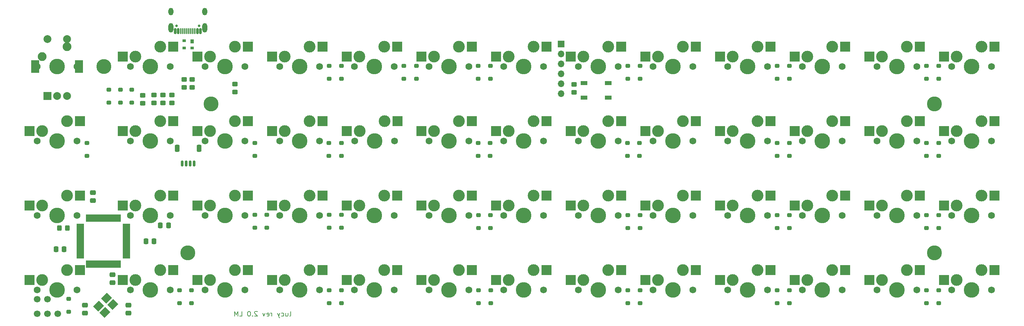
<source format=gbs>
G04 #@! TF.GenerationSoftware,KiCad,Pcbnew,(6.0.5-0)*
G04 #@! TF.CreationDate,2022-08-30T21:44:49-05:00*
G04 #@! TF.ProjectId,pcb,7063622e-6b69-4636-9164-5f7063625858,rev?*
G04 #@! TF.SameCoordinates,Original*
G04 #@! TF.FileFunction,Soldermask,Bot*
G04 #@! TF.FilePolarity,Negative*
%FSLAX46Y46*%
G04 Gerber Fmt 4.6, Leading zero omitted, Abs format (unit mm)*
G04 Created by KiCad (PCBNEW (6.0.5-0)) date 2022-08-30 21:44:49*
%MOMM*%
%LPD*%
G01*
G04 APERTURE LIST*
G04 Aperture macros list*
%AMRoundRect*
0 Rectangle with rounded corners*
0 $1 Rounding radius*
0 $2 $3 $4 $5 $6 $7 $8 $9 X,Y pos of 4 corners*
0 Add a 4 corners polygon primitive as box body*
4,1,4,$2,$3,$4,$5,$6,$7,$8,$9,$2,$3,0*
0 Add four circle primitives for the rounded corners*
1,1,$1+$1,$2,$3*
1,1,$1+$1,$4,$5*
1,1,$1+$1,$6,$7*
1,1,$1+$1,$8,$9*
0 Add four rect primitives between the rounded corners*
20,1,$1+$1,$2,$3,$4,$5,0*
20,1,$1+$1,$4,$5,$6,$7,0*
20,1,$1+$1,$6,$7,$8,$9,0*
20,1,$1+$1,$8,$9,$2,$3,0*%
%AMRotRect*
0 Rectangle, with rotation*
0 The origin of the aperture is its center*
0 $1 length*
0 $2 width*
0 $3 Rotation angle, in degrees counterclockwise*
0 Add horizontal line*
21,1,$1,$2,0,0,$3*%
G04 Aperture macros list end*
%ADD10C,0.200000*%
%ADD11C,3.000000*%
%ADD12C,1.750000*%
%ADD13C,3.987800*%
%ADD14R,2.550000X2.500000*%
%ADD15R,2.000000X2.000000*%
%ADD16C,2.000000*%
%ADD17R,2.000000X3.200000*%
%ADD18C,3.800000*%
%ADD19C,2.250000*%
%ADD20RoundRect,0.250000X0.475000X-0.337500X0.475000X0.337500X-0.475000X0.337500X-0.475000X-0.337500X0*%
%ADD21RoundRect,0.250000X0.350000X-0.250000X0.350000X0.250000X-0.350000X0.250000X-0.350000X-0.250000X0*%
%ADD22O,1.700000X1.700000*%
%ADD23R,1.700000X1.700000*%
%ADD24R,1.800000X1.100000*%
%ADD25RoundRect,0.200000X0.250000X0.750000X-0.250000X0.750000X-0.250000X-0.750000X0.250000X-0.750000X0*%
%ADD26RoundRect,0.200000X0.750000X0.250000X-0.750000X0.250000X-0.750000X-0.250000X0.750000X-0.250000X0*%
%ADD27RoundRect,0.250000X-0.475000X0.337500X-0.475000X-0.337500X0.475000X-0.337500X0.475000X0.337500X0*%
%ADD28RotRect,2.100000X1.800000X225.000000*%
%ADD29RoundRect,0.249999X0.450001X-0.325001X0.450001X0.325001X-0.450001X0.325001X-0.450001X-0.325001X0*%
%ADD30C,0.650000*%
%ADD31RoundRect,0.150000X-0.150000X-0.575000X0.150000X-0.575000X0.150000X0.575000X-0.150000X0.575000X0*%
%ADD32RoundRect,0.075000X-0.075000X-0.650000X0.075000X-0.650000X0.075000X0.650000X-0.075000X0.650000X0*%
%ADD33O,1.300000X2.400000*%
%ADD34O,1.300000X1.900000*%
%ADD35RoundRect,0.249999X-0.450001X0.325001X-0.450001X-0.325001X0.450001X-0.325001X0.450001X0.325001X0*%
%ADD36RoundRect,0.250000X0.337500X0.475000X-0.337500X0.475000X-0.337500X-0.475000X0.337500X-0.475000X0*%
%ADD37RoundRect,0.250000X-0.337500X-0.475000X0.337500X-0.475000X0.337500X0.475000X-0.337500X0.475000X0*%
%ADD38RoundRect,0.249999X-0.325001X-0.450001X0.325001X-0.450001X0.325001X0.450001X-0.325001X0.450001X0*%
%ADD39RoundRect,0.050000X-0.350000X0.500000X-0.350000X-0.500000X0.350000X-0.500000X0.350000X0.500000X0*%
%ADD40RoundRect,0.050000X-0.350000X0.300000X-0.350000X-0.300000X0.350000X-0.300000X0.350000X0.300000X0*%
%ADD41C,1.700000*%
%ADD42RoundRect,0.150000X-0.150000X-0.625000X0.150000X-0.625000X0.150000X0.625000X-0.150000X0.625000X0*%
%ADD43RoundRect,0.250000X-0.350000X-0.650000X0.350000X-0.650000X0.350000X0.650000X-0.350000X0.650000X0*%
G04 APERTURE END LIST*
D10*
X122447165Y-117065476D02*
X122566213Y-117005952D01*
X122625737Y-116886904D01*
X122625737Y-115815476D01*
X121435260Y-116232142D02*
X121435260Y-117065476D01*
X121970975Y-116232142D02*
X121970975Y-116886904D01*
X121911451Y-117005952D01*
X121792403Y-117065476D01*
X121613832Y-117065476D01*
X121494784Y-117005952D01*
X121435260Y-116946428D01*
X120304308Y-117005952D02*
X120423356Y-117065476D01*
X120661451Y-117065476D01*
X120780499Y-117005952D01*
X120840022Y-116946428D01*
X120899546Y-116827380D01*
X120899546Y-116470238D01*
X120840022Y-116351190D01*
X120780499Y-116291666D01*
X120661451Y-116232142D01*
X120423356Y-116232142D01*
X120304308Y-116291666D01*
X119887641Y-116232142D02*
X119590022Y-117065476D01*
X119292403Y-116232142D02*
X119590022Y-117065476D01*
X119709070Y-117363095D01*
X119768594Y-117422619D01*
X119887641Y-117482142D01*
X117863832Y-117065476D02*
X117863832Y-116232142D01*
X117863832Y-116470238D02*
X117804308Y-116351190D01*
X117744784Y-116291666D01*
X117625737Y-116232142D01*
X117506689Y-116232142D01*
X116613832Y-117005952D02*
X116732880Y-117065476D01*
X116970975Y-117065476D01*
X117090022Y-117005952D01*
X117149546Y-116886904D01*
X117149546Y-116410714D01*
X117090022Y-116291666D01*
X116970975Y-116232142D01*
X116732880Y-116232142D01*
X116613832Y-116291666D01*
X116554308Y-116410714D01*
X116554308Y-116529761D01*
X117149546Y-116648809D01*
X116137641Y-116232142D02*
X115840022Y-117065476D01*
X115542403Y-116232142D01*
X114173356Y-115934523D02*
X114113832Y-115875000D01*
X113994784Y-115815476D01*
X113697165Y-115815476D01*
X113578118Y-115875000D01*
X113518594Y-115934523D01*
X113459070Y-116053571D01*
X113459070Y-116172619D01*
X113518594Y-116351190D01*
X114232880Y-117065476D01*
X113459070Y-117065476D01*
X112923356Y-116946428D02*
X112863832Y-117005952D01*
X112923356Y-117065476D01*
X112982880Y-117005952D01*
X112923356Y-116946428D01*
X112923356Y-117065476D01*
X112090022Y-115815476D02*
X111970975Y-115815476D01*
X111851927Y-115875000D01*
X111792403Y-115934523D01*
X111732880Y-116053571D01*
X111673356Y-116291666D01*
X111673356Y-116589285D01*
X111732880Y-116827380D01*
X111792403Y-116946428D01*
X111851927Y-117005952D01*
X111970975Y-117065476D01*
X112090022Y-117065476D01*
X112209070Y-117005952D01*
X112268594Y-116946428D01*
X112328118Y-116827380D01*
X112387641Y-116589285D01*
X112387641Y-116291666D01*
X112328118Y-116053571D01*
X112268594Y-115934523D01*
X112209070Y-115875000D01*
X112090022Y-115815476D01*
X109590022Y-117065476D02*
X110185260Y-117065476D01*
X110185260Y-115815476D01*
X109173356Y-117065476D02*
X109173356Y-115815476D01*
X108756689Y-116708333D01*
X108340022Y-115815476D01*
X108340022Y-117065476D01*
D11*
X108480225Y-48113950D03*
X102130225Y-50653950D03*
D12*
X111020225Y-53193950D03*
X100860225Y-53193950D03*
D13*
X105940225Y-53193950D03*
D14*
X98855225Y-50653950D03*
X111782225Y-48113950D03*
D11*
X121180225Y-50653950D03*
D12*
X119910225Y-53193950D03*
D13*
X124990225Y-53193950D03*
D11*
X127530225Y-48113950D03*
D12*
X130070225Y-53193950D03*
D14*
X117905225Y-50653950D03*
X130832225Y-48113950D03*
D12*
X206270225Y-53193950D03*
D11*
X203730225Y-48113950D03*
X197380225Y-50653950D03*
D12*
X196110225Y-53193950D03*
D13*
X201190225Y-53193950D03*
D14*
X194105225Y-50653950D03*
X207032225Y-48113950D03*
D12*
X187220225Y-53193950D03*
D11*
X178330225Y-50653950D03*
X184680225Y-48113950D03*
D12*
X177060225Y-53193950D03*
D13*
X182140225Y-53193950D03*
D14*
X175055225Y-50653950D03*
X187982225Y-48113950D03*
D12*
X168170225Y-53193950D03*
D13*
X163090225Y-53193950D03*
D11*
X165630225Y-48113950D03*
X159280225Y-50653950D03*
D12*
X158010225Y-53193950D03*
D14*
X156005225Y-50653950D03*
X168932225Y-48113950D03*
D12*
X81810225Y-53193950D03*
D13*
X86890225Y-53193950D03*
D11*
X83080225Y-50653950D03*
X89430225Y-48113950D03*
D12*
X91970225Y-53193950D03*
D14*
X79805225Y-50653950D03*
X92732225Y-48113950D03*
D12*
X225320225Y-53193950D03*
D11*
X222780225Y-48113950D03*
D13*
X220240225Y-53193950D03*
D12*
X215160225Y-53193950D03*
D11*
X216430225Y-50653950D03*
D14*
X213155225Y-50653950D03*
X226082225Y-48113950D03*
D12*
X244370225Y-53193950D03*
D11*
X235480225Y-50653950D03*
X241830225Y-48113950D03*
D12*
X234210225Y-53193950D03*
D13*
X239290225Y-53193950D03*
D14*
X232205225Y-50653950D03*
X245132225Y-48113950D03*
D12*
X91970225Y-72243950D03*
D13*
X86890225Y-72243950D03*
D11*
X83080225Y-69703950D03*
D12*
X81810225Y-72243950D03*
D11*
X89430225Y-67163950D03*
D14*
X79805225Y-69703950D03*
X92732225Y-67163950D03*
D12*
X111020225Y-72243950D03*
D11*
X102130225Y-69703950D03*
D12*
X100860225Y-72243950D03*
D11*
X108480225Y-67163950D03*
D13*
X105940225Y-72243950D03*
D14*
X98855225Y-69703950D03*
X111782225Y-67163950D03*
D13*
X144045399Y-72243950D03*
D11*
X146585399Y-67163950D03*
D12*
X138965399Y-72243950D03*
X149125399Y-72243950D03*
D11*
X140235399Y-69703950D03*
D14*
X136960399Y-69703950D03*
X149887399Y-67163950D03*
D11*
X273580225Y-50653950D03*
D13*
X277390225Y-53193950D03*
D11*
X279930225Y-48113950D03*
D12*
X272310225Y-53193950D03*
X282470225Y-53193950D03*
D14*
X270305225Y-50653950D03*
X283232225Y-48113950D03*
D11*
X165630225Y-67163950D03*
X159280225Y-69703950D03*
D12*
X168170225Y-72243950D03*
X158010225Y-72243950D03*
D13*
X163090225Y-72243950D03*
D14*
X156005225Y-69703950D03*
X168932225Y-67163950D03*
D12*
X187220225Y-72243950D03*
D13*
X182140225Y-72243950D03*
D12*
X177060225Y-72243950D03*
D11*
X184680225Y-67163950D03*
X178330225Y-69703950D03*
D14*
X175055225Y-69703950D03*
X187982225Y-67163950D03*
D12*
X196110225Y-72243950D03*
D13*
X201190225Y-72243950D03*
D11*
X203730225Y-67163950D03*
D12*
X206270225Y-72243950D03*
D11*
X197380225Y-69703950D03*
D14*
X194105225Y-69703950D03*
X207032225Y-67163950D03*
D12*
X111020225Y-110343950D03*
D13*
X105940225Y-110343950D03*
D12*
X100860225Y-110343950D03*
D11*
X108480225Y-105263950D03*
X102130225Y-107803950D03*
D14*
X98855225Y-107803950D03*
X111782225Y-105263950D03*
D12*
X119910225Y-110343950D03*
D11*
X127530225Y-105263950D03*
D12*
X130070225Y-110343950D03*
D13*
X124990225Y-110343950D03*
D11*
X121180225Y-107803950D03*
D14*
X117905225Y-107803950D03*
X130832225Y-105263950D03*
D11*
X140230225Y-107803950D03*
X146580225Y-105263950D03*
D13*
X144040225Y-110343950D03*
D12*
X149120225Y-110343950D03*
X138960225Y-110343950D03*
D14*
X136955225Y-107803950D03*
X149882225Y-105263950D03*
D11*
X159280225Y-107803950D03*
D12*
X168170225Y-110343950D03*
D11*
X165630225Y-105263950D03*
D12*
X158010225Y-110343950D03*
D13*
X163090225Y-110343950D03*
D14*
X156005225Y-107803950D03*
X168932225Y-105263950D03*
D13*
X182140225Y-110343950D03*
D12*
X187220225Y-110343950D03*
D11*
X178330225Y-107803950D03*
X184680225Y-105263950D03*
D12*
X177060225Y-110343950D03*
D14*
X175055225Y-107803950D03*
X187982225Y-105263950D03*
D13*
X220240225Y-110343950D03*
D12*
X225320225Y-110343950D03*
D11*
X222780225Y-105263950D03*
D12*
X215160225Y-110343950D03*
D11*
X216430225Y-107803950D03*
D14*
X213155225Y-107803950D03*
X226082225Y-105263950D03*
D11*
X241830225Y-105263950D03*
X235480225Y-107803950D03*
D12*
X244370225Y-110343950D03*
X234210225Y-110343950D03*
D13*
X239290225Y-110343950D03*
D14*
X232205225Y-107803950D03*
X245132225Y-105263950D03*
D12*
X253260225Y-110343950D03*
D11*
X254530225Y-107803950D03*
X260880225Y-105263950D03*
D12*
X263420225Y-110343950D03*
D13*
X258340225Y-110343950D03*
D14*
X251255225Y-107803950D03*
X264182225Y-105263950D03*
D11*
X279930225Y-105263950D03*
D13*
X277390225Y-110343950D03*
D12*
X282470225Y-110343950D03*
X272310225Y-110343950D03*
D11*
X273580225Y-107803950D03*
D14*
X270305225Y-107803950D03*
X283232225Y-105263950D03*
D12*
X196110225Y-110343950D03*
X206270225Y-110343950D03*
D11*
X203730225Y-105263950D03*
D13*
X201190225Y-110343950D03*
D11*
X197380225Y-107803950D03*
D14*
X194105225Y-107803950D03*
X207032225Y-105263950D03*
D11*
X279930225Y-86213950D03*
D13*
X277390225Y-91293950D03*
D11*
X273580225Y-88753950D03*
D12*
X272310225Y-91293950D03*
X282470225Y-91293950D03*
D14*
X270305225Y-88753950D03*
X283232225Y-86213950D03*
D12*
X253260225Y-91293950D03*
D11*
X260880225Y-86213950D03*
D13*
X258340225Y-91293950D03*
D11*
X254530225Y-88753950D03*
D12*
X263420225Y-91293950D03*
D14*
X251255225Y-88753950D03*
X264182225Y-86213950D03*
D11*
X216430225Y-88753950D03*
D12*
X215160225Y-91293950D03*
D11*
X222780225Y-86213950D03*
D12*
X225320225Y-91293950D03*
D13*
X220240225Y-91293950D03*
D14*
X213155225Y-88753950D03*
X226082225Y-86213950D03*
D12*
X187220225Y-91293950D03*
X177060225Y-91293950D03*
D13*
X182140225Y-91293950D03*
D11*
X184680225Y-86213950D03*
X178330225Y-88753950D03*
D14*
X175055225Y-88753950D03*
X187982225Y-86213950D03*
D12*
X138960225Y-91293950D03*
D11*
X146580225Y-86213950D03*
D12*
X149120225Y-91293950D03*
D13*
X144040225Y-91293950D03*
D11*
X140230225Y-88753950D03*
D14*
X136955225Y-88753950D03*
X149882225Y-86213950D03*
D11*
X83080225Y-88753950D03*
X89430225Y-86213950D03*
D12*
X91970225Y-91293950D03*
X81810225Y-91293950D03*
D13*
X86890225Y-91293950D03*
D14*
X79805225Y-88753950D03*
X92732225Y-86213950D03*
D12*
X158010225Y-91293950D03*
D11*
X159280225Y-88753950D03*
X165630225Y-86213950D03*
D12*
X168170225Y-91293950D03*
D13*
X163090225Y-91293950D03*
D14*
X156005225Y-88753950D03*
X168932225Y-86213950D03*
D11*
X298980225Y-67163950D03*
D12*
X301520225Y-72243950D03*
D11*
X292630225Y-69703950D03*
D12*
X291360225Y-72243950D03*
D13*
X296440225Y-72243950D03*
D14*
X289355225Y-69703950D03*
X302282225Y-67163950D03*
D11*
X127530225Y-86213950D03*
D12*
X130070225Y-91293950D03*
D11*
X121180225Y-88753950D03*
D12*
X119910225Y-91293950D03*
D13*
X124990225Y-91293950D03*
D14*
X117905225Y-88753950D03*
X130832225Y-86213950D03*
D13*
X105940225Y-91293950D03*
D12*
X111020225Y-91293950D03*
D11*
X108480225Y-86213950D03*
X102130225Y-88753950D03*
D12*
X100860225Y-91293950D03*
D14*
X98855225Y-88753950D03*
X111782225Y-86213950D03*
D12*
X263420225Y-72243950D03*
D11*
X260880225Y-67163950D03*
D13*
X258340225Y-72243950D03*
D11*
X254530225Y-69703950D03*
D12*
X253260225Y-72243950D03*
D14*
X251255225Y-69703950D03*
X264182225Y-67163950D03*
D12*
X234210225Y-72243950D03*
D11*
X241830225Y-67163950D03*
D13*
X239290225Y-72243950D03*
D11*
X235480225Y-69703950D03*
D12*
X244370225Y-72243950D03*
D14*
X232205225Y-69703950D03*
X245132225Y-67163950D03*
D11*
X273580225Y-69703950D03*
D13*
X277390225Y-72243950D03*
D12*
X282470225Y-72243950D03*
D11*
X279930225Y-67163950D03*
D12*
X272310225Y-72243950D03*
D14*
X270305225Y-69703950D03*
X283232225Y-67163950D03*
D11*
X298980225Y-105263950D03*
D12*
X291360225Y-110343950D03*
D13*
X296440225Y-110343950D03*
D12*
X301520225Y-110343950D03*
D11*
X292630225Y-107803950D03*
D14*
X289355225Y-107803950D03*
X302282225Y-105263950D03*
D11*
X298980225Y-86213950D03*
X292630225Y-88753950D03*
D13*
X296440225Y-91293950D03*
D12*
X301520225Y-91293950D03*
X291360225Y-91293950D03*
D14*
X289355225Y-88753950D03*
X302282225Y-86213950D03*
D11*
X292630225Y-50653950D03*
D13*
X296440225Y-53193950D03*
D12*
X301520225Y-53193950D03*
X291360225Y-53193950D03*
D11*
X298980225Y-48113950D03*
D14*
X289355225Y-50653950D03*
X302282225Y-48113950D03*
D15*
X60577713Y-60693958D03*
D16*
X65577713Y-60693958D03*
X63077713Y-60693958D03*
D17*
X57477713Y-53193958D03*
X68677713Y-53193958D03*
D16*
X65577713Y-46193958D03*
X60577713Y-46193958D03*
D13*
X144040225Y-53193950D03*
D12*
X149120225Y-53193950D03*
D11*
X140230225Y-50653950D03*
D12*
X138960225Y-53193950D03*
D11*
X146580225Y-48113950D03*
D14*
X136955225Y-50653950D03*
X149882225Y-48113950D03*
D13*
X63077713Y-110344006D03*
D11*
X65617713Y-105264006D03*
D12*
X57997713Y-110344006D03*
X68157713Y-110344006D03*
D11*
X59267713Y-107804006D03*
D14*
X55992713Y-107804006D03*
X68919713Y-105264006D03*
D12*
X57997713Y-72243974D03*
D11*
X59267713Y-69703974D03*
X65617713Y-67163974D03*
D12*
X68157713Y-72243974D03*
D13*
X63077713Y-72243974D03*
D14*
X55992713Y-69703974D03*
X68919713Y-67163974D03*
D11*
X59267713Y-88753990D03*
X65617713Y-86213990D03*
D12*
X68157713Y-91293990D03*
D13*
X63077713Y-91293990D03*
D12*
X57997713Y-91293990D03*
D14*
X55992713Y-88753990D03*
X68919713Y-86213990D03*
D13*
X201190225Y-91293950D03*
D11*
X203730225Y-86213950D03*
D12*
X206270225Y-91293950D03*
X196110225Y-91293950D03*
D11*
X197380225Y-88753950D03*
D14*
X194105225Y-88753950D03*
X207032225Y-86213950D03*
D11*
X241830225Y-86213950D03*
D12*
X244370225Y-91293950D03*
D13*
X239290225Y-91293950D03*
D12*
X234210225Y-91293950D03*
D11*
X235480225Y-88753950D03*
D14*
X232205225Y-88753950D03*
X245132225Y-86213950D03*
D12*
X91970225Y-110343950D03*
D11*
X89430225Y-105263950D03*
D12*
X81810225Y-110343950D03*
D11*
X83080225Y-107803950D03*
D13*
X86890225Y-110343950D03*
D14*
X79805225Y-107803950D03*
X92732225Y-105263950D03*
D11*
X254530225Y-50653950D03*
X260880225Y-48113950D03*
D12*
X253260225Y-53193950D03*
D13*
X258340225Y-53193950D03*
D12*
X263420225Y-53193950D03*
D14*
X251255225Y-50653950D03*
X264182225Y-48113950D03*
D11*
X121180225Y-69703950D03*
X127530225Y-67163950D03*
D12*
X119910225Y-72243950D03*
D13*
X124990225Y-72243950D03*
D12*
X130070225Y-72243950D03*
D14*
X117905225Y-69703950D03*
X130832225Y-67163950D03*
D12*
X215160225Y-72243950D03*
D13*
X220240225Y-72243950D03*
D11*
X222780225Y-67163950D03*
D12*
X225320225Y-72243950D03*
D11*
X216430225Y-69703950D03*
D14*
X213155225Y-69703950D03*
X226082225Y-67163950D03*
D18*
X74983973Y-53193950D03*
X286915393Y-62718958D03*
X286915393Y-100818990D03*
X96415233Y-100818990D03*
X102368363Y-62718958D03*
D12*
X68157713Y-53193958D03*
D13*
X63077713Y-53193958D03*
D12*
X57997713Y-53193958D03*
D19*
X59267713Y-50653958D03*
X65617713Y-48113958D03*
D20*
X72200000Y-87506450D03*
X72200000Y-85431450D03*
D21*
X116590225Y-94443950D03*
X116590225Y-91143950D03*
X208590225Y-76043950D03*
X208590225Y-72743950D03*
X170490225Y-76043950D03*
X170490225Y-72743950D03*
X135581415Y-76043950D03*
X135581415Y-72743950D03*
X113490225Y-76043950D03*
X113490225Y-72743950D03*
X284890625Y-56306250D03*
X284890625Y-53006250D03*
X249881415Y-56306250D03*
X249881415Y-53006250D03*
X211781415Y-56306250D03*
X211781415Y-53006250D03*
X208681415Y-56306250D03*
X208681415Y-53006250D03*
X173651789Y-56333377D03*
X173651789Y-53033377D03*
X170476789Y-56333377D03*
X170476789Y-53033377D03*
X154751789Y-56306250D03*
X154751789Y-53006250D03*
X287990625Y-113750000D03*
X287990625Y-110450000D03*
X284890625Y-113750000D03*
X284890625Y-110450000D03*
X249890625Y-113713123D03*
X249890625Y-110413123D03*
X246790625Y-113706250D03*
X246790625Y-110406250D03*
X211783999Y-113706250D03*
X211783999Y-110406250D03*
X208700000Y-113706250D03*
X208700000Y-110406250D03*
X211790625Y-94506250D03*
X211790625Y-91206250D03*
X284890625Y-76043950D03*
X284890625Y-72743950D03*
X208690625Y-94506250D03*
X208690625Y-91206250D03*
X170585999Y-94506250D03*
X170585999Y-91206250D03*
X132490225Y-94443950D03*
X132490225Y-91143950D03*
X287990625Y-76043950D03*
X287990625Y-72743950D03*
X284890625Y-94506250D03*
X284890625Y-91206250D03*
X249890625Y-94506250D03*
X249890625Y-91206250D03*
X246790625Y-94506250D03*
X246790625Y-91206250D03*
X173690625Y-113706250D03*
X173690625Y-110406250D03*
X151576789Y-56306250D03*
X151576789Y-53006250D03*
X211690225Y-76043950D03*
X211690225Y-72743950D03*
D22*
X191665313Y-60143950D03*
X191665313Y-49983950D03*
X191665313Y-55063950D03*
X191665313Y-57603950D03*
X191665313Y-52523950D03*
D23*
X191665313Y-47443950D03*
D21*
X287990625Y-56306250D03*
X287990625Y-53006250D03*
X66000000Y-115950000D03*
X66000000Y-112650000D03*
X79200000Y-62443950D03*
X79200000Y-59143950D03*
X70700000Y-72743950D03*
X70700000Y-76043950D03*
D24*
X203690225Y-57443950D03*
X197490225Y-61143950D03*
X203690225Y-61143950D03*
X197490225Y-57443950D03*
D25*
X78865225Y-91968950D03*
X78065225Y-91968950D03*
X77265225Y-91968950D03*
X76465225Y-91968950D03*
X75665225Y-91968950D03*
X74865225Y-91968950D03*
X74065225Y-91968950D03*
X73265225Y-91968950D03*
X72465225Y-91968950D03*
X71665225Y-91968950D03*
X70865225Y-91968950D03*
D26*
X68965225Y-93868950D03*
X68965225Y-94668950D03*
X68965225Y-95468950D03*
X68965225Y-96268950D03*
X68965225Y-97068950D03*
X68965225Y-97868950D03*
X68965225Y-98668950D03*
X68965225Y-99468950D03*
X68965225Y-100268950D03*
X68965225Y-101068950D03*
X68965225Y-101868950D03*
D25*
X70865225Y-103768950D03*
X71665225Y-103768950D03*
X72465225Y-103768950D03*
X73265225Y-103768950D03*
X74065225Y-103768950D03*
X74865225Y-103768950D03*
X75665225Y-103768950D03*
X76465225Y-103768950D03*
X77265225Y-103768950D03*
X78065225Y-103768950D03*
X78865225Y-103768950D03*
D26*
X80765225Y-101868950D03*
X80765225Y-101068950D03*
X80765225Y-100268950D03*
X80765225Y-99468950D03*
X80765225Y-98668950D03*
X80765225Y-97868950D03*
X80765225Y-97068950D03*
X80765225Y-96268950D03*
X80765225Y-95468950D03*
X80765225Y-94668950D03*
X80765225Y-93868950D03*
D27*
X77165225Y-106431450D03*
X77165225Y-108506450D03*
X70165225Y-114231450D03*
X70165225Y-116306450D03*
X81265225Y-116306450D03*
X81265225Y-114231450D03*
D28*
X77303703Y-114056818D03*
X75253093Y-116107428D03*
X73626747Y-114481082D03*
X75677357Y-112430472D03*
D29*
X92390225Y-62518950D03*
X92390225Y-60468950D03*
D30*
X93525217Y-42765450D03*
X99305217Y-42765450D03*
D31*
X93165217Y-44091450D03*
X93965217Y-44091450D03*
D32*
X95165217Y-44091450D03*
X96161217Y-44091450D03*
X96665217Y-44091450D03*
X97665217Y-44091450D03*
D31*
X99665217Y-44091450D03*
X98865217Y-44091450D03*
D32*
X98165217Y-44091450D03*
X97165217Y-44091450D03*
X95665217Y-44091450D03*
X94665217Y-44091450D03*
D33*
X100715217Y-43316450D03*
D34*
X100715217Y-39116450D03*
X92115217Y-39116450D03*
D33*
X92115217Y-43316450D03*
D29*
X97490625Y-58518950D03*
X97490625Y-56468950D03*
X84940225Y-62568950D03*
X84940225Y-60518950D03*
D35*
X90090225Y-60468950D03*
X90090225Y-62518950D03*
D29*
X87790225Y-62518950D03*
X87790225Y-60468950D03*
D21*
X135590625Y-113706250D03*
X135590625Y-110406250D03*
X132490625Y-113713123D03*
X132490625Y-110413123D03*
D36*
X64837500Y-99900000D03*
X62762500Y-99900000D03*
D29*
X95490625Y-58518950D03*
X95490625Y-56468950D03*
D37*
X89412500Y-93850000D03*
X91487500Y-93850000D03*
X87802725Y-97900000D03*
X85727725Y-97900000D03*
D38*
X65690225Y-94500000D03*
X63640225Y-94500000D03*
D21*
X82090225Y-62443950D03*
X82090225Y-59143950D03*
X94290225Y-113743950D03*
X94290225Y-110443950D03*
X97390225Y-113743950D03*
X97390225Y-110443950D03*
X170590625Y-113706250D03*
X170590625Y-110406250D03*
X135590225Y-94443950D03*
X135590225Y-91143950D03*
X173650000Y-94506250D03*
X173650000Y-91206250D03*
X287990625Y-94506250D03*
X287990625Y-91206250D03*
X113490225Y-94443950D03*
X113490225Y-91143950D03*
X135581415Y-56306250D03*
X135581415Y-53006250D03*
X76300000Y-59143950D03*
X76300000Y-62443950D03*
X246781415Y-56306250D03*
X246781415Y-53006250D03*
X132490625Y-56299950D03*
X132490625Y-52999950D03*
D29*
X194990225Y-59818950D03*
X194990225Y-57768950D03*
D21*
X249881415Y-76043950D03*
X249881415Y-72743950D03*
X246781415Y-76043950D03*
X246781415Y-72743950D03*
X173590225Y-76043950D03*
X173590225Y-72743950D03*
X132431415Y-76043950D03*
X132431415Y-72743950D03*
D29*
X108465225Y-59693950D03*
X108465225Y-57643950D03*
D39*
X97490625Y-46743950D03*
D40*
X97490625Y-48443950D03*
X95490625Y-48443950D03*
X95490625Y-46543950D03*
D41*
X58000000Y-116400000D03*
X60600000Y-116400000D03*
X63200000Y-116400000D03*
X58000000Y-112700000D03*
X60600000Y-112700000D03*
D42*
X94990225Y-77993950D03*
X95990225Y-77993950D03*
X96990225Y-77993950D03*
X97990225Y-77993950D03*
D43*
X99290225Y-74118950D03*
X93690225Y-74118950D03*
M02*

</source>
